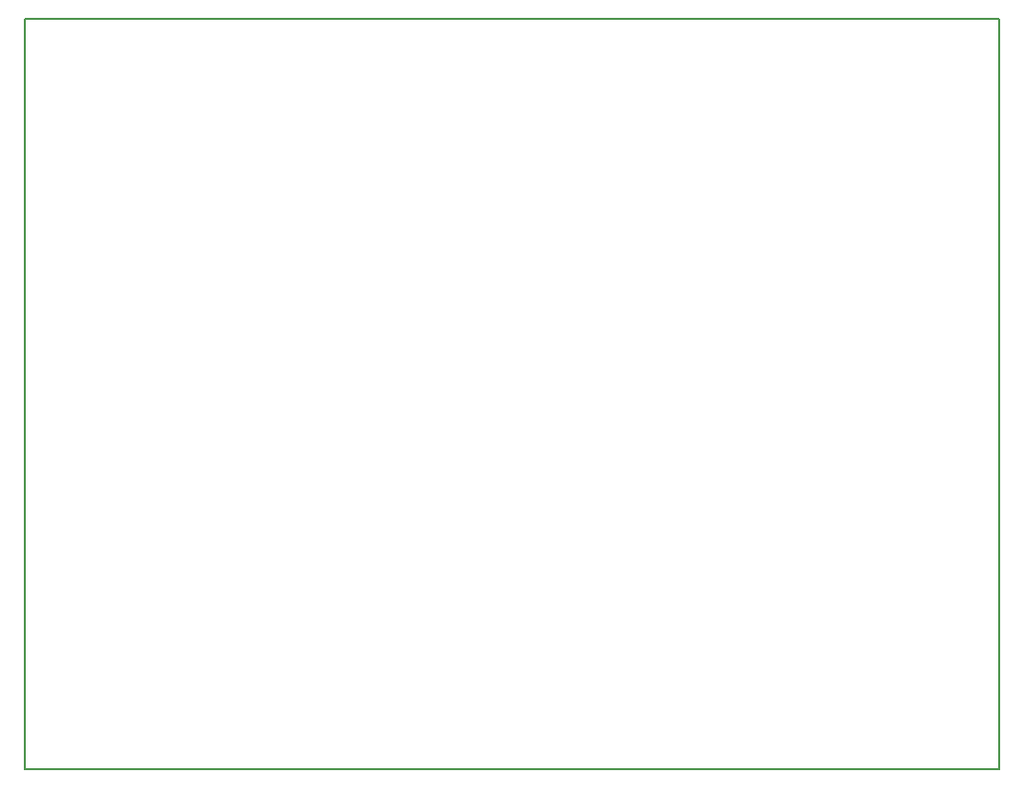
<source format=gbr>
G04 #@! TF.FileFunction,Profile,NP*
%FSLAX46Y46*%
G04 Gerber Fmt 4.6, Leading zero omitted, Abs format (unit mm)*
G04 Created by KiCad (PCBNEW 4.0.2-4+6225~38~ubuntu14.04.1-stable) date mar 26 jul 2016 23:31:03 ART*
%MOMM*%
G01*
G04 APERTURE LIST*
%ADD10C,0.100000*%
%ADD11C,0.150000*%
G04 APERTURE END LIST*
D10*
D11*
X196319800Y-52880700D02*
X113319800Y-52880700D01*
X196319800Y-116880700D02*
X196319800Y-52880700D01*
X113319800Y-116880700D02*
X196319800Y-116880700D01*
X113319800Y-52880700D02*
X113319800Y-116880700D01*
M02*

</source>
